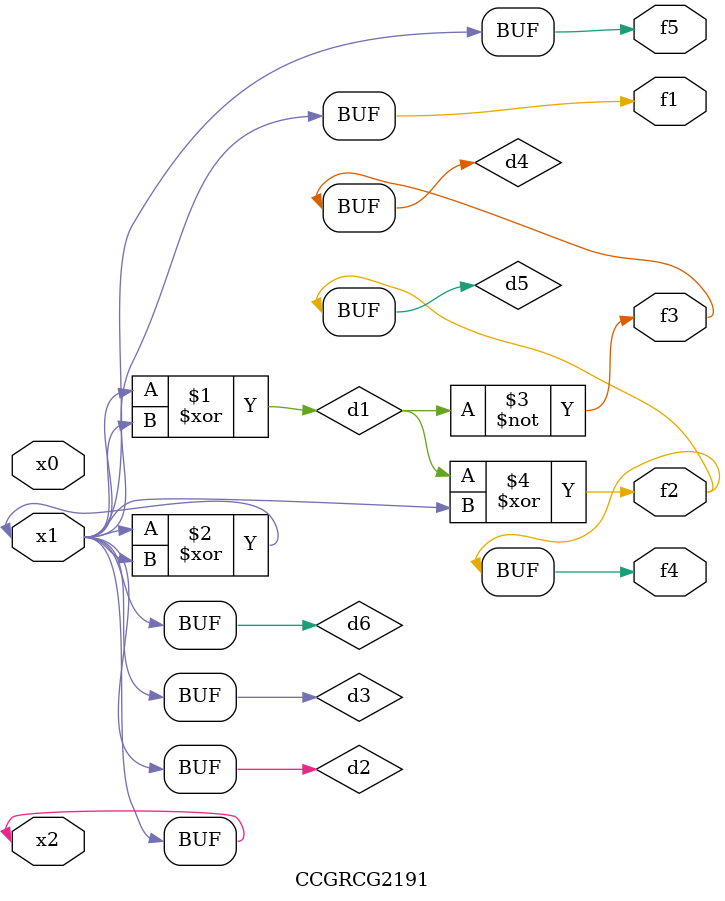
<source format=v>
module CCGRCG2191(
	input x0, x1, x2,
	output f1, f2, f3, f4, f5
);

	wire d1, d2, d3, d4, d5, d6;

	xor (d1, x1, x2);
	buf (d2, x1, x2);
	xor (d3, x1, x2);
	nor (d4, d1);
	xor (d5, d1, d2);
	buf (d6, d2, d3);
	assign f1 = d6;
	assign f2 = d5;
	assign f3 = d4;
	assign f4 = d5;
	assign f5 = d6;
endmodule

</source>
